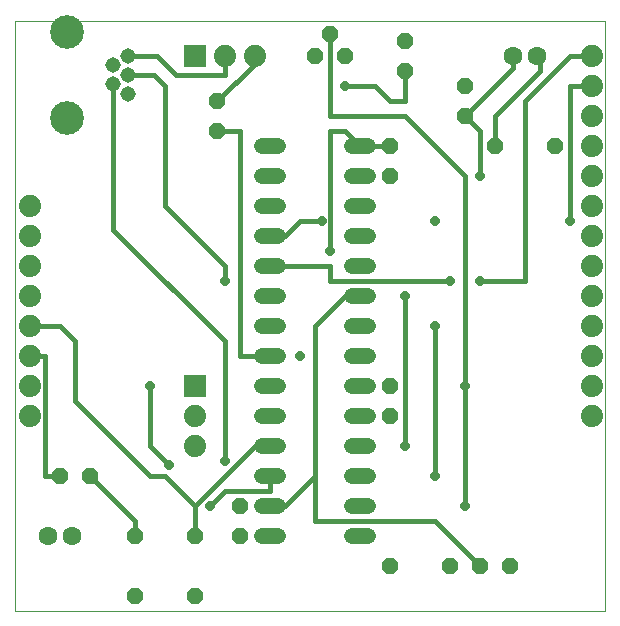
<source format=gtl>
G75*
%MOIN*%
%OFA0B0*%
%FSLAX25Y25*%
%IPPOS*%
%LPD*%
%AMOC8*
5,1,8,0,0,1.08239X$1,22.5*
%
%ADD10C,0.00000*%
%ADD11OC8,0.05200*%
%ADD12C,0.06299*%
%ADD13C,0.07400*%
%ADD14C,0.05200*%
%ADD15R,0.07400X0.07400*%
%ADD16C,0.05150*%
%ADD17C,0.11220*%
%ADD18C,0.01600*%
%ADD19OC8,0.03169*%
D10*
X0001800Y0001800D02*
X0001800Y0198650D01*
X0198650Y0198650D01*
X0198650Y0001800D01*
X0001800Y0001800D01*
D11*
X0041800Y0006800D03*
X0041800Y0026800D03*
X0061800Y0026800D03*
X0076800Y0026800D03*
X0076800Y0036800D03*
X0061800Y0006800D03*
X0026800Y0046800D03*
X0016800Y0046800D03*
X0126800Y0066800D03*
X0126800Y0076800D03*
X0126800Y0016800D03*
X0146800Y0016800D03*
X0156800Y0016800D03*
X0166800Y0016800D03*
X0126800Y0146800D03*
X0126800Y0156800D03*
X0131800Y0181800D03*
X0131800Y0191800D03*
X0111800Y0186800D03*
X0106800Y0194300D03*
X0101800Y0186800D03*
X0069300Y0171800D03*
X0069300Y0161800D03*
X0151800Y0166800D03*
X0151800Y0176800D03*
X0161800Y0156800D03*
X0181800Y0156800D03*
D12*
X0175737Y0186800D03*
X0167863Y0186800D03*
X0020737Y0026800D03*
X0012863Y0026800D03*
D13*
X0006800Y0066800D03*
X0006800Y0076800D03*
X0006800Y0086800D03*
X0006800Y0096800D03*
X0006800Y0106800D03*
X0006800Y0116800D03*
X0006800Y0126800D03*
X0006800Y0136800D03*
X0071800Y0186800D03*
X0081800Y0186800D03*
X0194300Y0186800D03*
X0194300Y0176800D03*
X0194300Y0166800D03*
X0194300Y0156800D03*
X0194300Y0146800D03*
X0194300Y0136800D03*
X0194300Y0126800D03*
X0194300Y0116800D03*
X0194300Y0106800D03*
X0194300Y0096800D03*
X0194300Y0086800D03*
X0194300Y0076800D03*
X0194300Y0066800D03*
X0061800Y0066800D03*
X0061800Y0056800D03*
D14*
X0084200Y0056800D02*
X0089400Y0056800D01*
X0089400Y0046800D02*
X0084200Y0046800D01*
X0084200Y0036800D02*
X0089400Y0036800D01*
X0089400Y0026800D02*
X0084200Y0026800D01*
X0114200Y0026800D02*
X0119400Y0026800D01*
X0119400Y0036800D02*
X0114200Y0036800D01*
X0114200Y0046800D02*
X0119400Y0046800D01*
X0119400Y0056800D02*
X0114200Y0056800D01*
X0114200Y0066800D02*
X0119400Y0066800D01*
X0119400Y0076800D02*
X0114200Y0076800D01*
X0114200Y0086800D02*
X0119400Y0086800D01*
X0119400Y0096800D02*
X0114200Y0096800D01*
X0114200Y0106800D02*
X0119400Y0106800D01*
X0119400Y0116800D02*
X0114200Y0116800D01*
X0114200Y0126800D02*
X0119400Y0126800D01*
X0119400Y0136800D02*
X0114200Y0136800D01*
X0114200Y0146800D02*
X0119400Y0146800D01*
X0119400Y0156800D02*
X0114200Y0156800D01*
X0089400Y0156800D02*
X0084200Y0156800D01*
X0084200Y0146800D02*
X0089400Y0146800D01*
X0089400Y0136800D02*
X0084200Y0136800D01*
X0084200Y0126800D02*
X0089400Y0126800D01*
X0089400Y0116800D02*
X0084200Y0116800D01*
X0084200Y0106800D02*
X0089400Y0106800D01*
X0089400Y0096800D02*
X0084200Y0096800D01*
X0084200Y0086800D02*
X0089400Y0086800D01*
X0089400Y0076800D02*
X0084200Y0076800D01*
X0084200Y0066800D02*
X0089400Y0066800D01*
D15*
X0061800Y0076800D03*
X0061800Y0186800D03*
D16*
X0039379Y0186849D03*
X0034654Y0183700D03*
X0039379Y0180550D03*
X0034654Y0177400D03*
X0039379Y0174251D03*
D17*
X0019300Y0166180D03*
X0019300Y0194920D03*
D18*
X0034654Y0177400D02*
X0034654Y0128946D01*
X0071800Y0091800D01*
X0071800Y0051800D01*
X0071800Y0041800D02*
X0066800Y0036800D01*
X0071800Y0041800D02*
X0086800Y0041800D01*
X0086800Y0046800D01*
X0086800Y0056800D02*
X0081800Y0056800D01*
X0061800Y0036800D01*
X0051800Y0046800D01*
X0046800Y0046800D01*
X0021800Y0071800D01*
X0021800Y0091800D01*
X0016800Y0096800D01*
X0006800Y0096800D01*
X0006800Y0086800D02*
X0011800Y0086800D01*
X0011800Y0046800D01*
X0016800Y0046800D01*
X0026800Y0046800D02*
X0041800Y0031800D01*
X0041800Y0026800D01*
X0061800Y0026800D02*
X0061800Y0036800D01*
X0053050Y0050550D02*
X0046800Y0056800D01*
X0046800Y0076800D01*
X0076800Y0086800D02*
X0076800Y0161800D01*
X0069300Y0161800D01*
X0069300Y0171800D02*
X0081800Y0184300D01*
X0081800Y0186800D01*
X0071800Y0186800D02*
X0071800Y0180550D01*
X0055550Y0180550D01*
X0049251Y0186849D01*
X0039379Y0186849D01*
X0039379Y0180550D02*
X0048050Y0180550D01*
X0051800Y0176800D01*
X0051800Y0136800D01*
X0071800Y0116800D01*
X0071800Y0111800D01*
X0086800Y0116800D02*
X0106800Y0116800D01*
X0106800Y0111800D01*
X0146800Y0111800D01*
X0156800Y0111800D02*
X0171800Y0111800D01*
X0171800Y0171800D01*
X0186800Y0186800D01*
X0194300Y0186800D01*
X0194300Y0176800D02*
X0186800Y0176800D01*
X0186800Y0131800D01*
X0161800Y0156800D02*
X0161800Y0166800D01*
X0176800Y0181800D01*
X0176800Y0186800D01*
X0167863Y0186800D02*
X0167863Y0182863D01*
X0151800Y0166800D01*
X0156800Y0161800D01*
X0156800Y0146800D01*
X0151800Y0146800D02*
X0131800Y0166800D01*
X0106800Y0166800D01*
X0106800Y0194300D01*
X0111800Y0176800D02*
X0121800Y0176800D01*
X0126800Y0171800D01*
X0131800Y0171800D01*
X0131800Y0181800D01*
X0111800Y0161800D02*
X0106800Y0161800D01*
X0106800Y0121800D01*
X0104300Y0131800D02*
X0096800Y0131800D01*
X0091800Y0126800D01*
X0086800Y0126800D01*
X0111800Y0106800D02*
X0116800Y0106800D01*
X0111800Y0106800D02*
X0101800Y0096800D01*
X0101800Y0046800D01*
X0101800Y0031800D01*
X0141800Y0031800D01*
X0156800Y0016800D01*
X0151800Y0036800D02*
X0151800Y0076800D01*
X0151800Y0146800D01*
X0126800Y0156800D02*
X0116800Y0156800D01*
X0111800Y0161800D01*
X0131800Y0106800D02*
X0131800Y0056800D01*
X0141800Y0046800D02*
X0141800Y0096800D01*
X0101800Y0046800D02*
X0091800Y0036800D01*
X0086800Y0036800D01*
X0086800Y0086800D02*
X0076800Y0086800D01*
D19*
X0096800Y0086800D03*
X0071800Y0111800D03*
X0104300Y0131800D03*
X0106800Y0121800D03*
X0131800Y0106800D03*
X0141800Y0096800D03*
X0146800Y0111800D03*
X0156800Y0111800D03*
X0141800Y0131800D03*
X0156800Y0146800D03*
X0186800Y0131800D03*
X0151800Y0076800D03*
X0131800Y0056800D03*
X0141800Y0046800D03*
X0151800Y0036800D03*
X0071800Y0051800D03*
X0066800Y0036800D03*
X0053050Y0050550D03*
X0046800Y0076800D03*
X0111800Y0176800D03*
M02*

</source>
